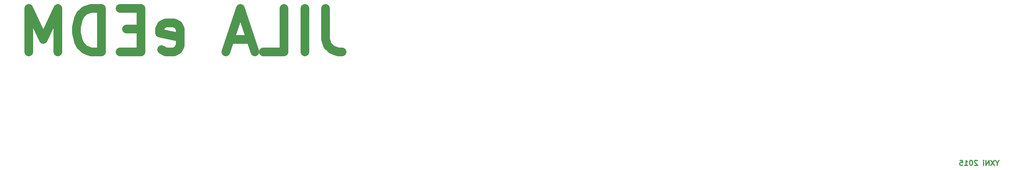
<source format=gbo>
G04 (created by PCBNEW (2013-07-07 BZR 4022)-stable) date 9/29/2015 10:07:16 AM*
%MOIN*%
G04 Gerber Fmt 3.4, Leading zero omitted, Abs format*
%FSLAX34Y34*%
G01*
G70*
G90*
G04 APERTURE LIST*
%ADD10C,0.00590551*%
%ADD11C,0.011811*%
%ADD12C,0.1*%
G04 APERTURE END LIST*
G54D10*
G54D11*
X142041Y-67753D02*
X142041Y-68034D01*
X142238Y-67443D02*
X142041Y-67753D01*
X141844Y-67443D01*
X141704Y-67443D02*
X141310Y-68034D01*
X141310Y-67443D02*
X141704Y-68034D01*
X141085Y-68034D02*
X141085Y-67443D01*
X140748Y-68034D01*
X140748Y-67443D01*
X140466Y-68034D02*
X140466Y-67640D01*
X140466Y-67443D02*
X140494Y-67471D01*
X140466Y-67500D01*
X140438Y-67471D01*
X140466Y-67443D01*
X140466Y-67500D01*
X139763Y-67500D02*
X139735Y-67471D01*
X139679Y-67443D01*
X139538Y-67443D01*
X139482Y-67471D01*
X139454Y-67500D01*
X139426Y-67556D01*
X139426Y-67612D01*
X139454Y-67696D01*
X139791Y-68034D01*
X139426Y-68034D01*
X139060Y-67443D02*
X139004Y-67443D01*
X138948Y-67471D01*
X138920Y-67500D01*
X138892Y-67556D01*
X138863Y-67668D01*
X138863Y-67809D01*
X138892Y-67921D01*
X138920Y-67978D01*
X138948Y-68006D01*
X139004Y-68034D01*
X139060Y-68034D01*
X139116Y-68006D01*
X139145Y-67978D01*
X139173Y-67921D01*
X139201Y-67809D01*
X139201Y-67668D01*
X139173Y-67556D01*
X139145Y-67500D01*
X139116Y-67471D01*
X139060Y-67443D01*
X138301Y-68034D02*
X138638Y-68034D01*
X138470Y-68034D02*
X138470Y-67443D01*
X138526Y-67528D01*
X138582Y-67584D01*
X138638Y-67612D01*
X137767Y-67443D02*
X138048Y-67443D01*
X138076Y-67724D01*
X138048Y-67696D01*
X137992Y-67668D01*
X137851Y-67668D01*
X137795Y-67696D01*
X137767Y-67724D01*
X137739Y-67781D01*
X137739Y-67921D01*
X137767Y-67978D01*
X137795Y-68006D01*
X137851Y-68034D01*
X137992Y-68034D01*
X138048Y-68006D01*
X138076Y-67978D01*
G54D12*
X65010Y-49976D02*
X65010Y-53547D01*
X65248Y-54262D01*
X65724Y-54738D01*
X66438Y-54976D01*
X66915Y-54976D01*
X62629Y-54976D02*
X62629Y-49976D01*
X57867Y-54976D02*
X60248Y-54976D01*
X60248Y-49976D01*
X56438Y-53547D02*
X54057Y-53547D01*
X56915Y-54976D02*
X55248Y-49976D01*
X53581Y-54976D01*
X46200Y-54738D02*
X46676Y-54976D01*
X47629Y-54976D01*
X48105Y-54738D01*
X48343Y-54262D01*
X48343Y-52357D01*
X48105Y-51881D01*
X47629Y-51643D01*
X46676Y-51643D01*
X46200Y-51881D01*
X45962Y-52357D01*
X45962Y-52833D01*
X48343Y-53309D01*
X43819Y-52357D02*
X42153Y-52357D01*
X41438Y-54976D02*
X43819Y-54976D01*
X43819Y-49976D01*
X41438Y-49976D01*
X39296Y-54976D02*
X39296Y-49976D01*
X38105Y-49976D01*
X37391Y-50214D01*
X36915Y-50690D01*
X36676Y-51167D01*
X36438Y-52119D01*
X36438Y-52833D01*
X36676Y-53786D01*
X36915Y-54262D01*
X37391Y-54738D01*
X38105Y-54976D01*
X39296Y-54976D01*
X34296Y-54976D02*
X34296Y-49976D01*
X32629Y-53547D01*
X30962Y-49976D01*
X30962Y-54976D01*
M02*

</source>
